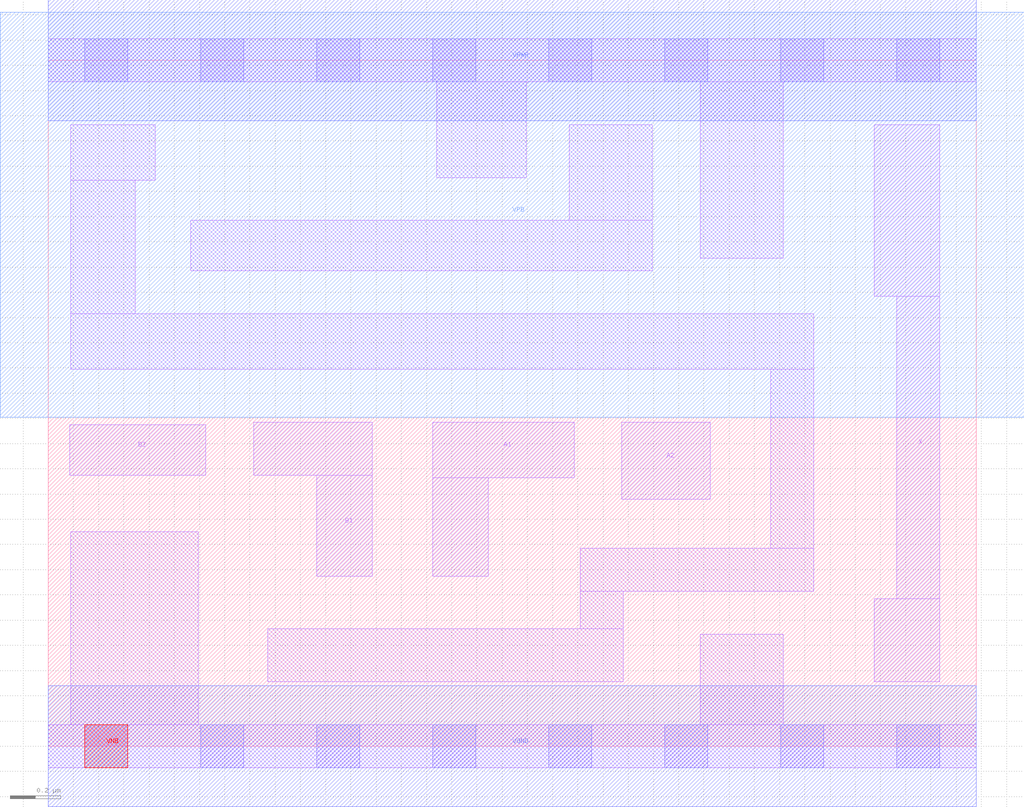
<source format=lef>
# Copyright 2020 The SkyWater PDK Authors
#
# Licensed under the Apache License, Version 2.0 (the "License");
# you may not use this file except in compliance with the License.
# You may obtain a copy of the License at
#
#     https://www.apache.org/licenses/LICENSE-2.0
#
# Unless required by applicable law or agreed to in writing, software
# distributed under the License is distributed on an "AS IS" BASIS,
# WITHOUT WARRANTIES OR CONDITIONS OF ANY KIND, either express or implied.
# See the License for the specific language governing permissions and
# limitations under the License.
#
# SPDX-License-Identifier: Apache-2.0

VERSION 5.7 ;
  NOWIREEXTENSIONATPIN ON ;
  DIVIDERCHAR "/" ;
  BUSBITCHARS "[]" ;
PROPERTYDEFINITIONS
  MACRO maskLayoutSubType STRING ;
  MACRO prCellType STRING ;
  MACRO originalViewName STRING ;
END PROPERTYDEFINITIONS
MACRO sky130_fd_sc_hdll__a22o_1
  CLASS CORE ;
  FOREIGN sky130_fd_sc_hdll__a22o_1 ;
  ORIGIN  0.000000  0.000000 ;
  SIZE  3.680000 BY  2.720000 ;
  SYMMETRY X Y R90 ;
  SITE unithd ;
  PIN A1
    ANTENNAGATEAREA  0.277500 ;
    DIRECTION INPUT ;
    USE SIGNAL ;
    PORT
      LAYER li1 ;
        RECT 1.525000 0.675000 1.745000 1.065000 ;
        RECT 1.525000 1.065000 2.085000 1.285000 ;
    END
  END A1
  PIN A2
    ANTENNAGATEAREA  0.277500 ;
    DIRECTION INPUT ;
    USE SIGNAL ;
    PORT
      LAYER li1 ;
        RECT 2.275000 0.980000 2.625000 1.285000 ;
    END
  END A2
  PIN B1
    ANTENNAGATEAREA  0.277500 ;
    DIRECTION INPUT ;
    USE SIGNAL ;
    PORT
      LAYER li1 ;
        RECT 0.815000 1.075000 1.285000 1.285000 ;
        RECT 1.065000 0.675000 1.285000 1.075000 ;
    END
  END B1
  PIN B2
    ANTENNAGATEAREA  0.277500 ;
    DIRECTION INPUT ;
    USE SIGNAL ;
    PORT
      LAYER li1 ;
        RECT 0.085000 1.075000 0.625000 1.275000 ;
    END
  END B2
  PIN X
    ANTENNADIFFAREA  0.670000 ;
    DIRECTION OUTPUT ;
    USE SIGNAL ;
    PORT
      LAYER li1 ;
        RECT 3.275000 0.255000 3.535000 0.585000 ;
        RECT 3.275000 1.785000 3.535000 2.465000 ;
        RECT 3.365000 0.585000 3.535000 1.785000 ;
    END
  END X
  PIN VGND
    DIRECTION INOUT ;
    USE GROUND ;
    PORT
      LAYER met1 ;
        RECT 0.000000 -0.240000 3.680000 0.240000 ;
    END
  END VGND
  PIN VNB
    DIRECTION INOUT ;
    USE GROUND ;
    PORT
      LAYER pwell ;
        RECT 0.145000 -0.085000 0.315000 0.085000 ;
    END
  END VNB
  PIN VPB
    DIRECTION INOUT ;
    USE POWER ;
    PORT
      LAYER nwell ;
        RECT -0.190000 1.305000 3.870000 2.910000 ;
    END
  END VPB
  PIN VPWR
    DIRECTION INOUT ;
    USE POWER ;
    PORT
      LAYER met1 ;
        RECT 0.000000 2.480000 3.680000 2.960000 ;
    END
  END VPWR
  OBS
    LAYER li1 ;
      RECT 0.000000 -0.085000 3.680000 0.085000 ;
      RECT 0.000000  2.635000 3.680000 2.805000 ;
      RECT 0.090000  0.085000 0.595000 0.850000 ;
      RECT 0.090000  1.495000 3.035000 1.715000 ;
      RECT 0.090000  1.715000 0.345000 2.245000 ;
      RECT 0.090000  2.245000 0.425000 2.465000 ;
      RECT 0.565000  1.885000 2.395000 2.085000 ;
      RECT 0.870000  0.255000 2.280000 0.465000 ;
      RECT 1.540000  2.255000 1.895000 2.635000 ;
      RECT 2.065000  2.085000 2.395000 2.465000 ;
      RECT 2.110000  0.465000 2.280000 0.615000 ;
      RECT 2.110000  0.615000 3.035000 0.785000 ;
      RECT 2.585000  0.085000 2.915000 0.445000 ;
      RECT 2.585000  1.935000 2.915000 2.635000 ;
      RECT 2.865000  0.785000 3.035000 1.495000 ;
    LAYER mcon ;
      RECT 0.145000 -0.085000 0.315000 0.085000 ;
      RECT 0.145000  2.635000 0.315000 2.805000 ;
      RECT 0.605000 -0.085000 0.775000 0.085000 ;
      RECT 0.605000  2.635000 0.775000 2.805000 ;
      RECT 1.065000 -0.085000 1.235000 0.085000 ;
      RECT 1.065000  2.635000 1.235000 2.805000 ;
      RECT 1.525000 -0.085000 1.695000 0.085000 ;
      RECT 1.525000  2.635000 1.695000 2.805000 ;
      RECT 1.985000 -0.085000 2.155000 0.085000 ;
      RECT 1.985000  2.635000 2.155000 2.805000 ;
      RECT 2.445000 -0.085000 2.615000 0.085000 ;
      RECT 2.445000  2.635000 2.615000 2.805000 ;
      RECT 2.905000 -0.085000 3.075000 0.085000 ;
      RECT 2.905000  2.635000 3.075000 2.805000 ;
      RECT 3.365000 -0.085000 3.535000 0.085000 ;
      RECT 3.365000  2.635000 3.535000 2.805000 ;
  END
  PROPERTY maskLayoutSubType "abstract" ;
  PROPERTY prCellType "standard" ;
  PROPERTY originalViewName "layout" ;
END sky130_fd_sc_hdll__a22o_1
END LIBRARY

</source>
